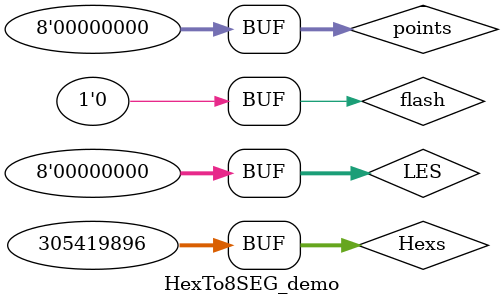
<source format=v>
`timescale 1ns / 1ps


module HexTo8SEG_demo;

	// Inputs
	reg [31:0] Hexs;
	reg [7:0] points;
	reg [7:0] LES;
	reg flash;

	// Outputs
	wire [63:0] SEG_TXT;

	// Instantiate the Unit Under Test (UUT)
	HexTo8SEG uut (
		.Hexs(Hexs), 
		.points(points), 
		.LES(LES), 
		.flash(flash), 
		.SEG_TXT(SEG_TXT)
	);

	initial begin
		// Initialize Inputs
		Hexs = 32'h12345678;
		points = 0;
		LES = 0;
		flash = 0;

		// Wait 100 ns for global reset to finish
		#100;
		Hexs = 32'hA5A5A5A5;
		#100;
				
				Hexs = 32'h12345678;

        
		// Add stimulus here

	end
      
endmodule


</source>
